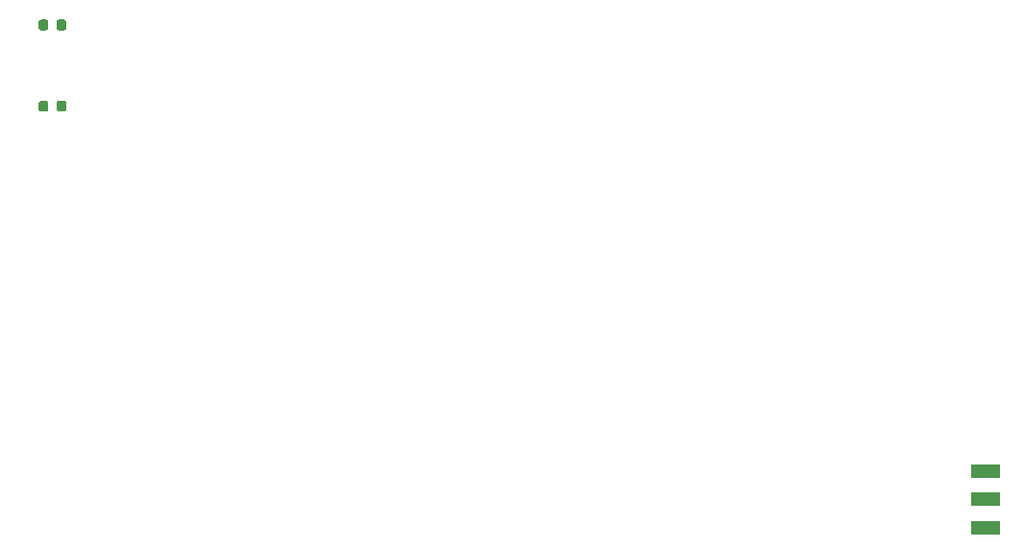
<source format=gtp>
G04 #@! TF.GenerationSoftware,KiCad,Pcbnew,(5.1.9)-1*
G04 #@! TF.CreationDate,2021-01-16T04:06:45-07:00*
G04 #@! TF.ProjectId,purplewizard-pogo,70757270-6c65-4776-997a-6172642d706f,1*
G04 #@! TF.SameCoordinates,PX774a7a0PYac0e4a0*
G04 #@! TF.FileFunction,Paste,Top*
G04 #@! TF.FilePolarity,Positive*
%FSLAX46Y46*%
G04 Gerber Fmt 4.6, Leading zero omitted, Abs format (unit mm)*
G04 Created by KiCad (PCBNEW (5.1.9)-1) date 2021-01-16 04:06:45*
%MOMM*%
%LPD*%
G01*
G04 APERTURE LIST*
%ADD10R,2.500000X1.250000*%
G04 APERTURE END LIST*
D10*
X84780000Y17180000D03*
X84780000Y14680000D03*
X84780000Y12180000D03*
G36*
G01*
X2880000Y49123750D02*
X2880000Y49636250D01*
G75*
G02*
X3098750Y49855000I218750J0D01*
G01*
X3536250Y49855000D01*
G75*
G02*
X3755000Y49636250I0J-218750D01*
G01*
X3755000Y49123750D01*
G75*
G02*
X3536250Y48905000I-218750J0D01*
G01*
X3098750Y48905000D01*
G75*
G02*
X2880000Y49123750I0J218750D01*
G01*
G37*
G36*
G01*
X1305000Y49123750D02*
X1305000Y49636250D01*
G75*
G02*
X1523750Y49855000I218750J0D01*
G01*
X1961250Y49855000D01*
G75*
G02*
X2180000Y49636250I0J-218750D01*
G01*
X2180000Y49123750D01*
G75*
G02*
X1961250Y48905000I-218750J0D01*
G01*
X1523750Y48905000D01*
G75*
G02*
X1305000Y49123750I0J218750D01*
G01*
G37*
G36*
G01*
X1305000Y56283750D02*
X1305000Y56796250D01*
G75*
G02*
X1523750Y57015000I218750J0D01*
G01*
X1961250Y57015000D01*
G75*
G02*
X2180000Y56796250I0J-218750D01*
G01*
X2180000Y56283750D01*
G75*
G02*
X1961250Y56065000I-218750J0D01*
G01*
X1523750Y56065000D01*
G75*
G02*
X1305000Y56283750I0J218750D01*
G01*
G37*
G36*
G01*
X2880000Y56283750D02*
X2880000Y56796250D01*
G75*
G02*
X3098750Y57015000I218750J0D01*
G01*
X3536250Y57015000D01*
G75*
G02*
X3755000Y56796250I0J-218750D01*
G01*
X3755000Y56283750D01*
G75*
G02*
X3536250Y56065000I-218750J0D01*
G01*
X3098750Y56065000D01*
G75*
G02*
X2880000Y56283750I0J218750D01*
G01*
G37*
M02*

</source>
